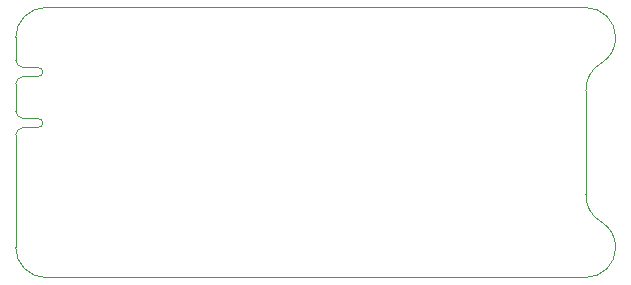
<source format=gbr>
%TF.GenerationSoftware,KiCad,Pcbnew,7.0.8*%
%TF.CreationDate,2024-01-05T08:02:47-05:00*%
%TF.ProjectId,weather-featherwing,77656174-6865-4722-9d66-656174686572,02*%
%TF.SameCoordinates,Original*%
%TF.FileFunction,Profile,NP*%
%FSLAX46Y46*%
G04 Gerber Fmt 4.6, Leading zero omitted, Abs format (unit mm)*
G04 Created by KiCad (PCBNEW 7.0.8) date 2024-01-05 08:02:47*
%MOMM*%
%LPD*%
G01*
G04 APERTURE LIST*
%TA.AperFunction,Profile*%
%ADD10C,0.120000*%
%TD*%
G04 APERTURE END LIST*
D10*
X114935000Y-101600000D02*
X116205000Y-101600000D01*
X116205000Y-105918000D02*
X114935000Y-105918000D01*
X162575435Y-112344287D02*
G75*
G03*
X163836656Y-114644151I2537865J-104013D01*
G01*
X114300000Y-107315000D02*
X114300000Y-116840000D01*
X114300000Y-105283000D02*
G75*
G03*
X114935000Y-105918000I635000J0D01*
G01*
X116205000Y-102362000D02*
X114935000Y-102362000D01*
X116840000Y-119380000D02*
X162560000Y-119380000D01*
X165100000Y-99060000D02*
G75*
G03*
X162560000Y-96520000I-2540000J0D01*
G01*
X165099999Y-116840000D02*
G75*
G03*
X163836656Y-114644153I-2539999J0D01*
G01*
X114300000Y-100965000D02*
G75*
G03*
X114935000Y-101600000I635000J0D01*
G01*
X121436000Y-96520000D02*
X162560000Y-96520000D01*
X162560000Y-119380000D02*
G75*
G03*
X165100000Y-116840000I0J2540000D01*
G01*
X114935000Y-106680000D02*
G75*
G03*
X114300000Y-107315000I0J-635000D01*
G01*
X116205000Y-102362000D02*
G75*
G03*
X116205000Y-101600000I0J381000D01*
G01*
X114935000Y-106680000D02*
X116205000Y-106680000D01*
X114300000Y-116840000D02*
G75*
G03*
X116840000Y-119380000I2540000J0D01*
G01*
X114300000Y-102997000D02*
X114300000Y-105283000D01*
X114300000Y-99060000D02*
X114300000Y-100965000D01*
X114935000Y-102362000D02*
G75*
G03*
X114300000Y-102997000I0J-635000D01*
G01*
X162575444Y-103555713D02*
X162575444Y-112344287D01*
X116205000Y-106680000D02*
G75*
G03*
X116205000Y-105918000I0J381000D01*
G01*
X163836661Y-101255858D02*
G75*
G03*
X162575445Y-103555713I1276639J-2195842D01*
G01*
X116840000Y-96520000D02*
G75*
G03*
X114300000Y-99060000I0J-2540000D01*
G01*
X163836656Y-101255848D02*
G75*
G03*
X165100000Y-99060000I-1276656J2195848D01*
G01*
X116840000Y-96520000D02*
X121436000Y-96520000D01*
M02*

</source>
